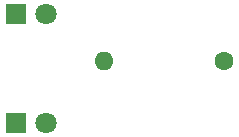
<source format=gbr>
%TF.GenerationSoftware,KiCad,Pcbnew,(6.0.1)*%
%TF.CreationDate,2022-01-29T14:42:53+08:00*%
%TF.ProjectId,practice,70726163-7469-4636-952e-6b696361645f,rev?*%
%TF.SameCoordinates,Original*%
%TF.FileFunction,Soldermask,Top*%
%TF.FilePolarity,Negative*%
%FSLAX46Y46*%
G04 Gerber Fmt 4.6, Leading zero omitted, Abs format (unit mm)*
G04 Created by KiCad (PCBNEW (6.0.1)) date 2022-01-29 14:42:53*
%MOMM*%
%LPD*%
G01*
G04 APERTURE LIST*
%ADD10C,1.600000*%
%ADD11O,1.600000X1.600000*%
%ADD12R,1.800000X1.800000*%
%ADD13C,1.800000*%
G04 APERTURE END LIST*
D10*
%TO.C,R1*%
X160000000Y-78740000D03*
D11*
X149840000Y-78740000D03*
%TD*%
D12*
%TO.C,D2*%
X142410000Y-74730000D03*
D13*
X144950000Y-74730000D03*
%TD*%
D12*
%TO.C,D1*%
X142410000Y-83990000D03*
D13*
X144950000Y-83990000D03*
%TD*%
M02*

</source>
